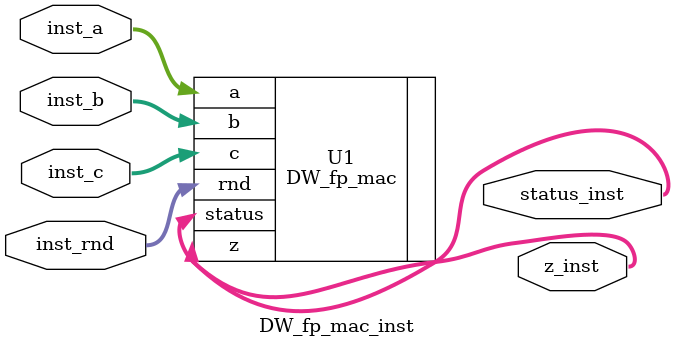
<source format=v>


module DW_fp_sqrt_inst( inst_a, inst_rnd, z_inst, status_inst );
parameter inst_sig_width = 23;
parameter inst_exp_width = 8;
parameter inst_ieee_compliance = 0;
input [inst_sig_width+inst_exp_width : 0] inst_a;
input [2 : 0] inst_rnd;
output [inst_sig_width+inst_exp_width : 0] z_inst;
output [7 : 0] status_inst;
 // Instance of DW_fp_sqrt
 DW_fp_sqrt #(inst_sig_width, inst_exp_width, inst_ieee_compliance) U1 (
 .a(inst_a),
 .rnd(inst_rnd),
 .z(z_inst),
 .status(status_inst) );
endmodule


module DW_fp_addsub_inst( inst_a, inst_b, inst_rnd, inst_op, z_inst,
status_inst );
parameter sig_width = 23;
parameter exp_width = 8;
parameter ieee_compliance = 0;
input [sig_width+exp_width : 0] inst_a;
input [sig_width+exp_width : 0] inst_b;
input [2 : 0] inst_rnd;
input inst_op;
output [sig_width+exp_width : 0] z_inst;
output [7 : 0] status_inst;
 // Instance of DW_fp_addsub
 DW_fp_addsub #(sig_width, exp_width, ieee_compliance)
 U1 ( .a(inst_a), .b(inst_b), .rnd(inst_rnd),
 .op(inst_op), .z(z_inst), .status(status_inst) );
endmodule

module DW_fp_cmp_inst( inst_a, inst_b, inst_zctr, aeqb_inst, altb_inst,
agtb_inst, unordered_inst, z0_inst, z1_inst, status0_inst,
status1_inst );
parameter sig_width = 23;
parameter exp_width = 8;
parameter ieee_compliance = 0;
input [sig_width+exp_width : 0] inst_a;
input [sig_width+exp_width : 0] inst_b;
input inst_zctr;
output aeqb_inst;
output altb_inst;
output agtb_inst;
output unordered_inst;
output [sig_width+exp_width : 0] z0_inst;
output [sig_width+exp_width : 0] z1_inst;
output [7 : 0] status0_inst;
output [7 : 0] status1_inst;
 // Instance of DW_fp_cmp
 DW_fp_cmp #(sig_width, exp_width, ieee_compliance)
 U1 ( .a(inst_a), .b(inst_b), .zctr(inst_zctr), .aeqb(aeqb_inst),
.altb(altb_inst), .agtb(agtb_inst), .unordered(unordered_inst),
.z0(z0_inst), .z1(z1_inst), .status0(status0_inst),
.status1(status1_inst) );
endmodule

module DW_fp_div_inst( inst_a, inst_b, inst_rnd, z_inst, status_inst );
parameter sig_width = 23;
parameter exp_width = 8;
parameter ieee_compliance = 0;
parameter faithful_round = 0;
input [sig_width+exp_width : 0] inst_a;
input [sig_width+exp_width : 0] inst_b;
input [2 : 0] inst_rnd;
output [sig_width+exp_width : 0] z_inst;
output [7 : 0] status_inst;
 // Instance of DW_fp_div
DW_fp_div #(sig_width, exp_width, ieee_compliance, faithful_round) U1
( .a(inst_a), .b(inst_b), .rnd(inst_rnd), .z(z_inst), .status(status_inst)
);
endmodule

module DW_fp_mult_inst( inst_a, inst_b, inst_rnd, z_inst, status_inst );
parameter sig_width = 23;
parameter exp_width = 8;
parameter ieee_compliance = 1;
input [sig_width+exp_width : 0] inst_a;
input [sig_width+exp_width : 0] inst_b;
input [2 : 0] inst_rnd;
output [sig_width+exp_width : 0] z_inst;
output [7 : 0] status_inst;
 // Instance of DW_fp_mult
 DW_fp_mult #(sig_width, exp_width, ieee_compliance)
 U1 ( .a(inst_a), .b(inst_b), .rnd(inst_rnd), .z(z_inst), .status(status_inst) );
endmodule

module DW_fp_flt2i_inst( inst_a, inst_rnd, z_inst, status_inst );
parameter inst_sig_width = 23;
parameter inst_exp_width = 8;
parameter inst_isize = 32;
parameter inst_ieee_compliance = 0;
input [inst_sig_width+inst_exp_width : 0] inst_a;
input [2 : 0] inst_rnd;
output [inst_isize-1 : 0] z_inst;
output [7 : 0] status_inst;
 // Instance of DW_fp_flt2i
 DW_fp_flt2i #(inst_sig_width, inst_exp_width, inst_isize, inst_ieee_compliance) U1
(
.a(inst_a),
.rnd(inst_rnd),
.z(z_inst),
.status(status_inst) );
endmodule

module DW_fp_i2flt_inst( inst_a, inst_rnd, z_inst, status_inst );
parameter sig_width = 23;
parameter exp_width = 8;
parameter isize = 32;
parameter isign = 1;
input [isize-1 : 0] inst_a;
input [2 : 0] inst_rnd;
output [sig_width+exp_width : 0] z_inst;
output [7 : 0] status_inst;
 // Instance of DW_fp_i2flt
 DW_fp_i2flt #(sig_width, exp_width, isize, isign)
 U1 ( .a(inst_a), .rnd(inst_rnd), .z(z_inst), .status(status_inst) );
endmodule

module DW_fp_mac_inst( inst_a, inst_b, inst_c, inst_rnd, z_inst, status_inst );
parameter inst_sig_width = 23;
parameter inst_exp_width = 8;
parameter inst_ieee_compliance = 0;
input [inst_sig_width+inst_exp_width : 0] inst_a;
input [inst_sig_width+inst_exp_width : 0] inst_b;
input [inst_sig_width+inst_exp_width : 0] inst_c;
input [2 : 0] inst_rnd;
output [inst_sig_width+inst_exp_width : 0] z_inst;
output [7 : 0] status_inst;
 // Instance of DW_fp_mac
 DW_fp_mac #(inst_sig_width, inst_exp_width, inst_ieee_compliance) U1 (
.a(inst_a),
.b(inst_b),
.c(inst_c),
.rnd(inst_rnd),
.z(z_inst),
.status(status_inst) );
endmodule
</source>
